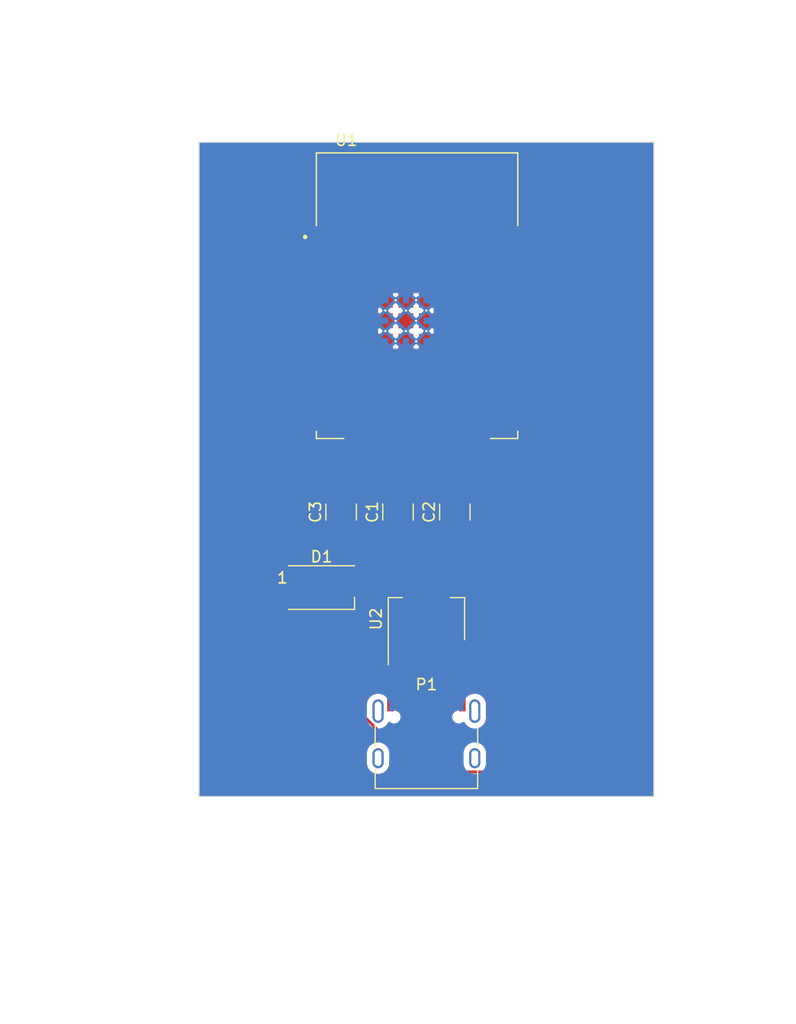
<source format=kicad_pcb>
(kicad_pcb (version 20221018) (generator pcbnew)
  (layers (0 "F.Cu" signal) (31 "B.Cu" signal) (34 "B.Paste" user) (35 "F.Paste" user) (36 "B.SilkS" user "B.Silkscreen") (37 "F.SilkS" user "F.Silkscreen") (38 "B.Mask" user) (39 "F.Mask" user) (44 "Edge.Cuts" user))
  (net 0 "")
  (net 1 "GND")
  (net 32 "Net-(U1-3V3)")
  (net 33 "+5V")
  (net 35 "Net-(P1-D+)")
  (net 36 "Net-(P1-D-)")
  (net 40 "Net-(D1-DIN)")
  (footprint "Package_TO_SOT_SMD:SOT-223-3_TabPin2" (layer "F.Cu") (at 139.7 106.07 90)
    (fp_text reference "U2" (at 0 -4.5 90) (layer "F.SilkS"))
    (fp_text value "AMS1117-3.3")
    (fp_line (start -4.1 -3.41) (end 1.91 -3.41) (stroke (width 0.12)) (layer "F.SilkS"))
    (fp_line (start -1.85 3.41) (end 1.91 3.41) (stroke (width 0.12)) (layer "F.SilkS"))
    (fp_line (start 1.91 -3.41) (end 1.91 -2.15) (stroke (width 0.12)) (layer "F.SilkS"))
    (fp_line (start 1.91 3.41) (end 1.91 2.15) (stroke (width 0.12)) (layer "F.SilkS"))
    (pad "1" smd rect (at -3.15 -2.3 90) (size 2 1.5) (layers "F.Cu" "F.Paste" "F.Mask") (net 1 "GND"))
    (pad "2" smd rect (at -3.15 0 90) (size 2 1.5) (layers "F.Cu" "F.Paste" "F.Mask") (net 32 "Net-(U1-3V3)"))
    (pad "2" smd rect (at 3.15 0 90) (size 2 3.8) (layers "F.Cu" "F.Paste" "F.Mask") (net 32 "Net-(U1-3V3)"))
    (pad "3" smd rect (at -3.15 2.3 90) (size 2 1.5) (layers "F.Cu" "F.Paste" "F.Mask") (net 33 "+5V"))
  )
  (footprint "Capacitor_SMD:C_1210_3225Metric" (layer "F.Cu") (at 137.16 96.52 90)
    (fp_text reference "C1" (at 0 -2.3 90) (layer "F.SilkS"))
    (fp_text value "C")
    (fp_line (start -0.711252 -1.36) (end 0.711252 -1.36) (stroke (width 0.12)) (layer "F.SilkS"))
    (fp_line (start -0.711252 1.36) (end 0.711252 1.36) (stroke (width 0.12)) (layer "F.SilkS"))
    (pad "1" smd roundrect (at -1.475 0 90) (size 1.15 2.7) (layers "F.Cu" "F.Paste" "F.Mask") (roundrect_rratio 0.217391) (net 1 "GND"))
    (pad "2" smd roundrect (at 1.475 0 90) (size 1.15 2.7) (layers "F.Cu" "F.Paste" "F.Mask") (roundrect_rratio 0.217391) (net 32 "Net-(U1-3V3)"))
  )
  (footprint "Capacitor_SMD:C_1210_3225Metric" (layer "F.Cu") (at 142.24 96.52 90)
    (fp_text reference "C2" (at 0 -2.3 90) (layer "F.SilkS"))
    (fp_text value "C")
    (fp_line (start -0.711252 -1.36) (end 0.711252 -1.36) (stroke (width 0.12)) (layer "F.SilkS"))
    (fp_line (start -0.711252 1.36) (end 0.711252 1.36) (stroke (width 0.12)) (layer "F.SilkS"))
    (pad "1" smd roundrect (at -1.475 0 90) (size 1.15 2.7) (layers "F.Cu" "F.Paste" "F.Mask") (roundrect_rratio 0.217391) (net 33 "+5V"))
    (pad "2" smd roundrect (at 1.475 0 90) (size 1.15 2.7) (layers "F.Cu" "F.Paste" "F.Mask") (roundrect_rratio 0.217391) (net 1 "GND"))
  )
  (footprint "Connector_USB:USB_C_Receptacle_G-Switch_GT-USB-7010ASV" (layer "F.Cu") (at 139.7 117.425)
    (fp_text reference "P1" (at 0 -5.5) (layer "F.SilkS"))
    (fp_text value "USB_C_Plug_USB2.0")
    (fp_line (start -4.58 -1.85) (end -4.58 0.07) (stroke (width 0.12)) (layer "F.SilkS"))
    (fp_line (start -4.58 3.785) (end -4.58 2.08) (stroke (width 0.12)) (layer "F.SilkS"))
    (fp_line (start 4.58 0.07) (end 4.58 -1.85) (stroke (width 0.12)) (layer "F.SilkS"))
    (fp_line (start 4.58 2.08) (end 4.58 3.785) (stroke (width 0.12)) (layer "F.SilkS"))
    (fp_line (start 4.58 3.785) (end -4.58 3.785) (stroke (width 0.12)) (layer "F.SilkS"))
    (pad "" np_thru_hole circle (at -2.89 -2.605) (size 0.65 0.65) (drill 0.65) (layers "*.Cu" "*.Mask"))
    (pad "" np_thru_hole circle (at 2.89 -2.605) (size 0.65 0.65) (drill 0.65) (layers "*.Cu" "*.Mask"))
    (pad "A1" smd rect (at -3.2 -3.725) (size 0.6 1.24) (layers "F.Cu" "F.Paste" "F.Mask") (net 1 "GND"))
    (pad "A4" smd rect (at -2.4 -3.725) (size 0.6 1.24) (layers "F.Cu" "F.Paste" "F.Mask") (net 33 "+5V"))
    (pad "A5" smd rect (at -1.25 -3.725) (size 0.3 1.24) (layers "F.Cu" "F.Paste" "F.Mask"))
    (pad "A6" smd rect (at -0.25 -3.725) (size 0.3 1.24) (layers "F.Cu" "F.Paste" "F.Mask") (net 35 "Net-(P1-D+)"))
    (pad "A7" smd rect (at 0.25 -3.725) (size 0.3 1.24) (layers "F.Cu" "F.Paste" "F.Mask") (net 36 "Net-(P1-D-)"))
    (pad "A8" smd rect (at 1.25 -3.725) (size 0.3 1.24) (layers "F.Cu" "F.Paste" "F.Mask"))
    (pad "A9" smd rect (at 2.4 -3.725) (size 0.6 1.24) (layers "F.Cu" "F.Paste" "F.Mask") (net 33 "+5V"))
    (pad "A12" smd rect (at 3.2 -3.725) (size 0.6 1.24) (layers "F.Cu" "F.Paste" "F.Mask") (net 1 "GND"))
    (pad "B1" smd rect (at 3.2 -3.725) (size 0.6 1.24) (layers "F.Cu" "F.Paste" "F.Mask") (net 1 "GND"))
    (pad "B4" smd rect (at 2.4 -3.725) (size 0.6 1.24) (layers "F.Cu" "F.Paste" "F.Mask") (net 33 "+5V"))
    (pad "B5" smd rect (at 1.75 -3.725) (size 0.3 1.24) (layers "F.Cu" "F.Paste" "F.Mask"))
    (pad "B6" smd rect (at 0.75 -3.725) (size 0.3 1.24) (layers "F.Cu" "F.Paste" "F.Mask"))
    (pad "B7" smd rect (at -0.75 -3.725) (size 0.3 1.24) (layers "F.Cu" "F.Paste" "F.Mask"))
    (pad "B8" smd rect (at -1.75 -3.725) (size 0.3 1.24) (layers "F.Cu" "F.Paste" "F.Mask"))
    (pad "B9" smd rect (at -2.4 -3.725) (size 0.6 1.24) (layers "F.Cu" "F.Paste" "F.Mask") (net 33 "+5V"))
    (pad "B12" smd rect (at -3.2 -3.725) (size 0.6 1.24) (layers "F.Cu" "F.Paste" "F.Mask") (net 1 "GND"))
    (pad "S1" thru_hole oval (at -4.32 -3.125) (size 1 2.1) (drill oval 0.6 1.7) (layers "*.Cu" "*.Mask"))
    (pad "S1" thru_hole oval (at -4.32 1.075) (size 1 1.8) (drill oval 0.6 1.4) (layers "*.Cu" "*.Mask"))
    (pad "S1" thru_hole oval (at 4.32 -3.125) (size 1 2.1) (drill oval 0.6 1.7) (layers "*.Cu" "*.Mask"))
    (pad "S1" thru_hole oval (at 4.32 1.075) (size 1 1.8) (drill oval 0.6 1.4) (layers "*.Cu" "*.Mask"))
  )
  (footprint "ESP32-WROOM-32D:MODULE_ESP32-WROOM-32D" (layer "F.Cu") (at 138.865 77.205)
    (fp_text reference "U1" (at -6.325 -13.885) (layer "F.SilkS"))
    (fp_text value "ESP32-WROOM-32D")
    (fp_line (start -9 -12.75) (end 9 -12.75) (stroke (width 0.127)) (layer "F.SilkS"))
    (fp_line (start -9 -6.25) (end -9 -12.75) (stroke (width 0.127)) (layer "F.SilkS"))
    (fp_line (start -9 12.1) (end -9 12.75) (stroke (width 0.127)) (layer "F.SilkS"))
    (fp_line (start -9 12.75) (end -6.55 12.75) (stroke (width 0.127)) (layer "F.SilkS"))
    (fp_line (start 6.55 12.75) (end 9 12.75) (stroke (width 0.127)) (layer "F.SilkS"))
    (fp_line (start 9 -12.75) (end 9 -6.25) (stroke (width 0.127)) (layer "F.SilkS"))
    (fp_line (start 9 12.75) (end 9 12.1) (stroke (width 0.127)) (layer "F.SilkS"))
    (fp_circle (center -10 -5.25) (end -9.9 -5.25) (stroke (width 0.2)) (fill none) (layer "F.SilkS"))
    (pad "1" smd rect (at -8.5 -5.26) (size 2 0.9) (layers "F.Cu" "F.Paste" "F.Mask") (net 1 "GND"))
    (pad "2" smd rect (at -8.5 -3.99) (size 2 0.9) (layers "F.Cu" "F.Paste" "F.Mask") (net 32 "Net-(U1-3V3)"))
    (pad "3" smd rect (at -8.5 -2.72) (size 2 0.9) (layers "F.Cu" "F.Paste" "F.Mask"))
    (pad "4" smd rect (at -8.5 -1.45) (size 2 0.9) (layers "F.Cu" "F.Paste" "F.Mask"))
    (pad "5" smd rect (at -8.5 -0.18) (size 2 0.9) (layers "F.Cu" "F.Paste" "F.Mask"))
    (pad "6" smd rect (at -8.5 1.09) (size 2 0.9) (layers "F.Cu" "F.Paste" "F.Mask"))
    (pad "7" smd rect (at -8.5 2.36) (size 2 0.9) (layers "F.Cu" "F.Paste" "F.Mask"))
    (pad "8" smd rect (at -8.5 3.63) (size 2 0.9) (layers "F.Cu" "F.Paste" "F.Mask"))
    (pad "9" smd rect (at -8.5 4.9) (size 2 0.9) (layers "F.Cu" "F.Paste" "F.Mask"))
    (pad "10" smd rect (at -8.5 6.17) (size 2 0.9) (layers "F.Cu" "F.Paste" "F.Mask"))
    (pad "11" smd rect (at -8.5 7.44) (size 2 0.9) (layers "F.Cu" "F.Paste" "F.Mask"))
    (pad "12" smd rect (at -8.5 8.71) (size 2 0.9) (layers "F.Cu" "F.Paste" "F.Mask"))
    (pad "13" smd rect (at -8.5 9.98) (size 2 0.9) (layers "F.Cu" "F.Paste" "F.Mask"))
    (pad "14" smd rect (at -8.5 11.25) (size 2 0.9) (layers "F.Cu" "F.Paste" "F.Mask"))
    (pad "15" smd rect (at -5.715 12.25) (size 0.9 2) (layers "F.Cu" "F.Paste" "F.Mask") (net 1 "GND"))
    (pad "16" smd rect (at -4.445 12.25) (size 0.9 2) (layers "F.Cu" "F.Paste" "F.Mask"))
    (pad "17" smd rect (at -3.175 12.25) (size 0.9 2) (layers "F.Cu" "F.Paste" "F.Mask"))
    (pad "18" smd rect (at -1.905 12.25) (size 0.9 2) (layers "F.Cu" "F.Paste" "F.Mask"))
    (pad "19" smd rect (at -0.635 12.25) (size 0.9 2) (layers "F.Cu" "F.Paste" "F.Mask") (net 36 "Net-(P1-D-)"))
    (pad "20" smd rect (at 0.635 12.25) (size 0.9 2) (layers "F.Cu" "F.Paste" "F.Mask") (net 35 "Net-(P1-D+)"))
    (pad "21" smd rect (at 1.905 12.25) (size 0.9 2) (layers "F.Cu" "F.Paste" "F.Mask"))
    (pad "22" smd rect (at 3.175 12.25) (size 0.9 2) (layers "F.Cu" "F.Paste" "F.Mask"))
    (pad "23" smd rect (at 4.445 12.25) (size 0.9 2) (layers "F.Cu" "F.Paste" "F.Mask"))
    (pad "24" smd rect (at 5.715 12.25) (size 0.9 2) (layers "F.Cu" "F.Paste" "F.Mask"))
    (pad "25" smd rect (at 8.5 11.25) (size 2 0.9) (layers "F.Cu" "F.Paste" "F.Mask"))
    (pad "26" smd rect (at 8.5 9.98) (size 2 0.9) (layers "F.Cu" "F.Paste" "F.Mask"))
    (pad "27" smd rect (at 8.5 8.71) (size 2 0.9) (layers "F.Cu" "F.Paste" "F.Mask") (net 40 "Net-(D1-DIN)"))
    (pad "28" smd rect (at 8.5 7.44) (size 2 0.9) (layers "F.Cu" "F.Paste" "F.Mask"))
    (pad "29" smd rect (at 8.5 6.17) (size 2 0.9) (layers "F.Cu" "F.Paste" "F.Mask"))
    (pad "30" smd rect (at 8.5 4.9) (size 2 0.9) (layers "F.Cu" "F.Paste" "F.Mask"))
    (pad "31" smd rect (at 8.5 3.63) (size 2 0.9) (layers "F.Cu" "F.Paste" "F.Mask"))
    (pad "32" smd rect (at 8.5 2.36) (size 2 0.9) (layers "F.Cu" "F.Paste" "F.Mask"))
    (pad "33" smd rect (at 8.5 1.09) (size 2 0.9) (layers "F.Cu" "F.Paste" "F.Mask"))
    (pad "34" smd rect (at 8.5 -0.18) (size 2 0.9) (layers "F.Cu" "F.Paste" "F.Mask"))
    (pad "35" smd rect (at 8.5 -1.45) (size 2 0.9) (layers "F.Cu" "F.Paste" "F.Mask"))
    (pad "36" smd rect (at 8.5 -2.72) (size 2 0.9) (layers "F.Cu" "F.Paste" "F.Mask"))
    (pad "37" smd rect (at 8.5 -3.99) (size 2 0.9) (layers "F.Cu" "F.Paste" "F.Mask"))
    (pad "38" smd rect (at 8.5 -5.26) (size 2 0.9) (layers "F.Cu" "F.Paste" "F.Mask") (net 1 "GND"))
    (pad "39_1" smd rect (at -2.835 0.405) (size 1.33 1.33) (layers "F.Cu" "F.Paste" "F.Mask") (net 1 "GND"))
    (pad "39_2" smd rect (at -1 0.405) (size 1.33 1.33) (layers "F.Cu" "F.Paste" "F.Mask") (net 1 "GND"))
    (pad "39_3" smd rect (at 0.835 0.405) (size 1.33 1.33) (layers "F.Cu" "F.Paste" "F.Mask") (net 1 "GND"))
    (pad "39_4" smd rect (at -2.835 2.24) (size 1.33 1.33) (layers "F.Cu" "F.Paste" "F.Mask") (net 1 "GND"))
    (pad "39_5" smd rect (at -1 2.24) (size 1.33 1.33) (layers "F.Cu" "F.Paste" "F.Mask") (net 1 "GND"))
    (pad "39_6" smd rect (at 0.835 2.24) (size 1.33 1.33) (layers "F.Cu" "F.Paste" "F.Mask") (net 1 "GND"))
    (pad "39_7" smd rect (at -2.835 4.075) (size 1.33 1.33) (layers "F.Cu" "F.Paste" "F.Mask") (net 1 "GND"))
    (pad "39_8" smd rect (at -1 4.075) (size 1.33 1.33) (layers "F.Cu" "F.Paste" "F.Mask") (net 1 "GND"))
    (pad "39_9" smd rect (at 0.835 4.075) (size 1.33 1.33) (layers "F.Cu" "F.Paste" "F.Mask") (net 1 "GND"))
    (pad "39_10" thru_hole circle (at -1.9175 0.405) (size 0.3 0.3) (drill 0.2) (layers "*.Cu" "*.Mask") (net 1 "GND"))
    (pad "39_11" thru_hole circle (at -0.0825 0.405) (size 0.3 0.3) (drill 0.2) (layers "*.Cu" "*.Mask") (net 1 "GND"))
    (pad "39_12" thru_hole circle (at -2.835 1.3225) (size 0.3 0.3) (drill 0.2) (layers "*.Cu" "*.Mask") (net 1 "GND"))
    (pad "39_13" thru_hole circle (at -1 1.3225) (size 0.3 0.3) (drill 0.2) (layers "*.Cu" "*.Mask") (net 1 "GND"))
    (pad "39_14" thru_hole circle (at 0.835 1.3225) (size 0.3 0.3) (drill 0.2) (layers "*.Cu" "*.Mask") (net 1 "GND"))
    (pad "39_15" thru_hole circle (at -1.9175 2.24) (size 0.3 0.3) (drill 0.2) (layers "*.Cu" "*.Mask") (net 1 "GND"))
    (pad "39_16" thru_hole circle (at -0.0825 2.24) (size 0.3 0.3) (drill 0.2) (layers "*.Cu" "*.Mask") (net 1 "GND"))
    (pad "39_17" thru_hole circle (at -2.835 3.1575) (size 0.3 0.3) (drill 0.2) (layers "*.Cu" "*.Mask") (net 1 "GND"))
    (pad "39_18" thru_hole circle (at -1 3.1575) (size 0.3 0.3) (drill 0.2) (layers "*.Cu" "*.Mask") (net 1 "GND"))
    (pad "39_19" thru_hole circle (at 0.835 3.1575) (size 0.3 0.3) (drill 0.2) (layers "*.Cu" "*.Mask") (net 1 "GND"))
    (pad "39_20" thru_hole circle (at -1.9175 4.075) (size 0.3 0.3) (drill 0.2) (layers "*.Cu" "*.Mask") (net 1 "GND"))
    (pad "39_21" thru_hole circle (at -0.0825 4.075) (size 0.3 0.3) (drill 0.2) (layers "*.Cu" "*.Mask") (net 1 "GND"))
    (zone (net 0) (net_name "") (layer "F.Cu") (connect_pads (clearance 0)) (min_thickness 0.01)
      (keepout (tracks not_allowed) (vias not_allowed) (pads not_allowed) (copperpour not_allowed) (footprints allowed))
      (fill (thermal_gap 0.508) (thermal_bridge_width 0.508))
      (polygon (pts (xy 129.865 64.455) (xy 147.865 64.455) (xy 147.865 70.755) (xy 129.865 70.755)))
    )
  )
  (footprint "Capacitor_SMD:C_1210_3225Metric" (layer "F.Cu") (at 132.08 96.52 90)
    (fp_text reference "C3" (at 0 -2.3 90) (layer "F.SilkS"))
    (fp_text value "C")
    (fp_line (start -0.711252 -1.36) (end 0.711252 -1.36) (stroke (width 0.12)) (layer "F.SilkS"))
    (fp_line (start -0.711252 1.36) (end 0.711252 1.36) (stroke (width 0.12)) (layer "F.SilkS"))
    (pad "1" smd roundrect (at -1.475 0 90) (size 1.15 2.7) (layers "F.Cu" "F.Paste" "F.Mask") (roundrect_rratio 0.217391) (net 33 "+5V"))
    (pad "2" smd roundrect (at 1.475 0 90) (size 1.15 2.7) (layers "F.Cu" "F.Paste" "F.Mask") (roundrect_rratio 0.217391) (net 1 "GND"))
  )
  (footprint "LED_SMD:LED_SK6812MINI_PLCC4_3.5x3.5mm_P1.75mm" (layer "F.Cu") (at 130.33 103.265)
    (fp_text reference "D1" (at 0 -2.75) (layer "F.SilkS"))
    (fp_text value "SK6812MINI")
    (fp_text user "1" (at -3.5 -0.875) (layer "F.SilkS"))
    (fp_line (start -2.95 -1.95) (end 2.95 -1.95) (stroke (width 0.12)) (layer "F.SilkS"))
    (fp_line (start -2.95 1.95) (end 2.95 1.95) (stroke (width 0.12)) (layer "F.SilkS"))
    (fp_line (start 2.95 1.95) (end 2.95 0.875) (stroke (width 0.12)) (layer "F.SilkS"))
    (pad "1" smd rect (at -1.75 -0.875) (size 1.6 0.85) (layers "F.Cu" "F.Paste" "F.Mask"))
    (pad "2" smd rect (at -1.75 0.875) (size 1.6 0.85) (layers "F.Cu" "F.Paste" "F.Mask") (net 1 "GND"))
    (pad "3" smd rect (at 1.75 0.875) (size 1.6 0.85) (layers "F.Cu" "F.Paste" "F.Mask") (net 40 "Net-(D1-DIN)"))
    (pad "4" smd rect (at 1.75 -0.875) (size 1.6 0.85) (layers "F.Cu" "F.Paste" "F.Mask") (net 33 "+5V"))
  )
  (gr_rect (start 119.38 63.5) (end 160.02 121.92) (stroke (width 0.1)) (fill none) (layer "Edge.Cuts"))
  (segment (start 131.25 91.44) (end 127 91.44) (width 0.25) (layer "F.Cu") (net 32))
  (segment (start 127 91.44) (end 124.46 88.9) (width 0.25) (layer "F.Cu") (net 32))
  (segment (start 139.7 102.92) (end 139.7 97.585) (width 0.25) (layer "F.Cu") (net 32))
  (segment (start 139.7 97.585) (end 137.16 95.045) (width 0.25) (layer "F.Cu") (net 32))
  (segment (start 127.445 73.215) (end 130.365 73.215) (width 0.25) (layer "F.Cu") (net 32))
  (segment (start 124.46 76.2) (end 127.445 73.215) (width 0.25) (layer "F.Cu") (net 32))
  (segment (start 137.16 95.045) (end 134.855 95.045) (width 0.25) (layer "F.Cu") (net 32))
  (segment (start 134.855 95.045) (end 131.25 91.44) (width 0.25) (layer "F.Cu") (net 32))
  (segment (start 124.46 88.9) (end 124.46 76.2) (width 0.25) (layer "F.Cu") (net 32))
  (segment (start 132.08 102.39) (end 132.08 97.995) (width 0.25) (layer "F.Cu") (net 33))
  (segment (start 142 109.22) (end 142 98.235) (width 0.25) (layer "F.Cu") (net 33))
  (segment (start 142.1 109.32) (end 142 109.22) (width 0.25) (layer "F.Cu") (net 33))
  (segment (start 142.1 113.7) (end 142.1 109.32) (width 0.25) (layer "F.Cu") (net 33))
  (segment (start 142 98.235) (end 142.24 97.995) (width 0.25) (layer "F.Cu") (net 33))
  (segment (start 139.5 90.9725) (end 139.5 89.455) (width 0.25) (layer "F.Cu") (net 35))
  (segment (start 139.45 115.496726) (end 140.793274 116.84) (width 0.25) (layer "F.Cu") (net 35))
  (segment (start 142.876396 91.44) (end 139.9675 91.44) (width 0.25) (layer "F.Cu") (net 35))
  (segment (start 140.793274 116.84) (end 147.956396 116.84) (width 0.25) (layer "F.Cu") (net 35))
  (segment (start 147.956396 116.84) (end 150.31 114.486396) (width 0.25) (layer "F.Cu") (net 35))
  (segment (start 139.45 113.7) (end 139.45 115.496726) (width 0.25) (layer "F.Cu") (net 35))
  (segment (start 150.31 114.486396) (end 150.31 98.873604) (width 0.25) (layer "F.Cu") (net 35))
  (segment (start 150.31 98.873604) (end 142.876396 91.44) (width 0.25) (layer "F.Cu") (net 35))
  (segment (start 139.9675 91.44) (end 139.5 90.9725) (width 0.25) (layer "F.Cu") (net 35))
  (segment (start 140.97967 116.39) (end 147.77 116.39) (width 0.25) (layer "F.Cu") (net 36))
  (segment (start 138.23 90.338896) (end 138.23 89.455) (width 0.25) (layer "F.Cu") (net 36))
  (segment (start 149.86 114.3) (end 149.86 99.06) (width 0.25) (layer "F.Cu") (net 36))
  (segment (start 139.95 115.36033) (end 140.97967 116.39) (width 0.25) (layer "F.Cu") (net 36))
  (segment (start 142.69 91.89) (end 139.781104 91.89) (width 0.25) (layer "F.Cu") (net 36))
  (segment (start 147.77 116.39) (end 149.86 114.3) (width 0.25) (layer "F.Cu") (net 36))
  (segment (start 139.95 113.7) (end 139.95 115.36033) (width 0.25) (layer "F.Cu") (net 36))
  (segment (start 149.86 99.06) (end 142.69 91.89) (width 0.25) (layer "F.Cu") (net 36))
  (segment (start 139.781104 91.89) (end 138.23 90.338896) (width 0.25) (layer "F.Cu") (net 36))
  (segment (start 150.76 114.672792) (end 145.707792 119.725) (width 0.25) (layer "F.Cu") (net 40))
  (segment (start 139.088274 119.725) (end 132.08 112.716726) (width 0.25) (layer "F.Cu") (net 40))
  (segment (start 147.365 85.915) (end 146.115 85.915) (width 0.25) (layer "F.Cu") (net 40))
  (segment (start 145.416396 86.613604) (end 145.416396 93.343604) (width 0.25) (layer "F.Cu") (net 40))
  (segment (start 145.707792 119.725) (end 139.088274 119.725) (width 0.25) (layer "F.Cu") (net 40))
  (segment (start 145.416396 93.343604) (end 150.76 98.687208) (width 0.25) (layer "F.Cu") (net 40))
  (segment (start 132.08 112.716726) (end 132.08 104.14) (width 0.25) (layer "F.Cu") (net 40))
  (segment (start 146.115 85.915) (end 145.416396 86.613604) (width 0.25) (layer "F.Cu") (net 40))
  (segment (start 150.76 98.687208) (end 150.76 114.672792) (width 0.25) (layer "F.Cu") (net 40))
  (zone (net 1) (net_name "GND") (layers "F&B.Cu") (connect_pads (clearance 0.5)) (min_thickness 0.25) (fill yes (thermal_gap 0.5) (thermal_bridge_width 0.5))
    (polygon (pts (xy 101.6 50.8) (xy 172.72 50.8) (xy 172.72 142.24) (xy 101.6 142.24)))
  )
)
</source>
